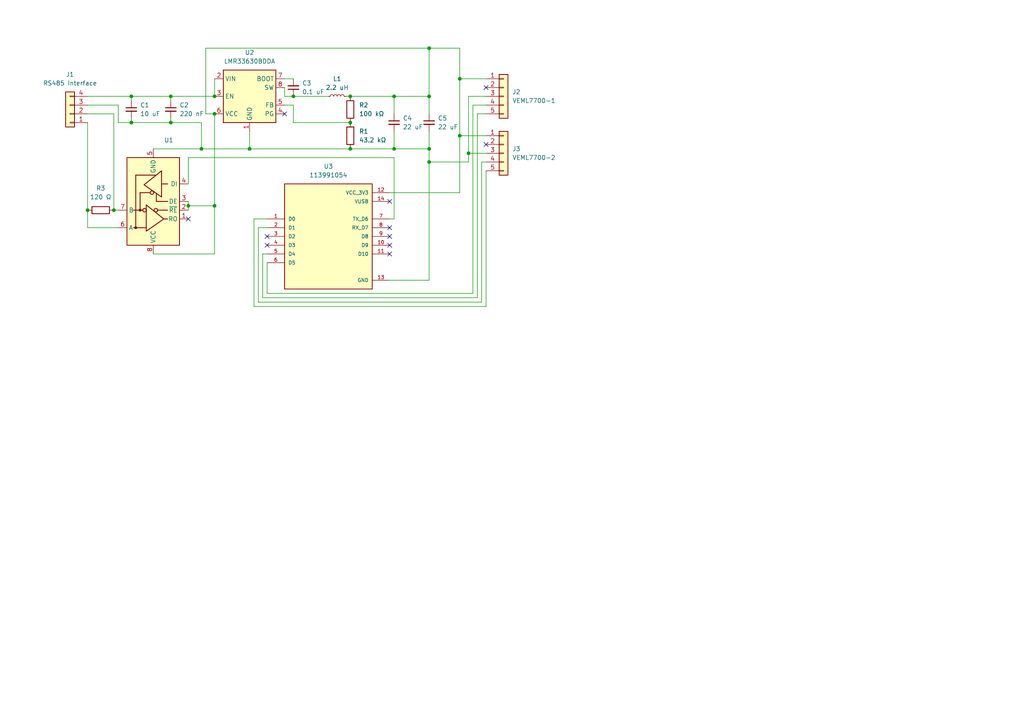
<source format=kicad_sch>
(kicad_sch (version 20250114) (generator "eeschema") (generator_version "9.0")
  (paper "A4")
  (lib_symbols
    (symbol "113991054:113991054" (pin_names (offset 1.016))
      (property "Reference" "U" (at -12.7 16.002 0))
      (property "Value" "113991054" (at -12.7 -17.78 0))
      (symbol "113991054_0_0"
        (rectangle (start -12.7 -15.24) (end 12.7 15.24) (stroke (width 0.254)) (fill (type background)))
        (pin bidirectional line (at -17.78 5.08 0) (length 5.08) (name "D0") (number "1"))
        (pin bidirectional line (at -17.78 2.54 0) (length 5.08) (name "D1") (number "2"))
        (pin bidirectional line (at -17.78 0 0) (length 5.08) (name "D2") (number "3"))
        (pin bidirectional line (at -17.78 -2.54 0) (length 5.08) (name "D3") (number "4"))
        (pin bidirectional line (at -17.78 -5.08 0) (length 5.08) (name "D4") (number "5"))
        (pin bidirectional line (at -17.78 -7.62 0) (length 5.08) (name "D5") (number "6"))
        (pin power_in line (at 17.78 12.7 180) (length 5.08) (name "VCC_3V3") (number "12"))
        (pin power_in line (at 17.78 10.16 180) (length 5.08) (name "VUSB") (number "14"))
        (pin bidirectional line (at 17.78 5.08 180) (length 5.08) (name "TX_D6") (number "7"))
        (pin bidirectional line (at 17.78 2.54 180) (length 5.08) (name "RX_D7") (number "8"))
        (pin bidirectional line (at 17.78 0 180) (length 5.08) (name "D8") (number "9"))
        (pin bidirectional line (at 17.78 -2.54 180) (length 5.08) (name "D9") (number "10"))
        (pin bidirectional line (at 17.78 -5.08 180) (length 5.08) (name "D10") (number "11"))
        (pin power_in line (at 17.78 -12.7 180) (length 5.08) (name "GND") (number "13"))
      )
    )
    (symbol "Connector_Generic:Conn_01x04" (pin_names (offset 1.016) (hide yes))
      (property "Reference" "J1" (at 0 -11.43 0))
      (property "Value" "RS485 Interface" (at 0 -8.89 0))
      (symbol "Conn_01x04_1_1"
        (rectangle (start -1.27 3.81) (end 1.27 -6.35) (stroke (width 0.254)) (fill (type background)))
        (rectangle (start -1.27 2.667) (end 0 2.413) (stroke (width 0.1524)))
        (rectangle (start -1.27 0.127) (end 0 -0.127) (stroke (width 0.1524)))
        (rectangle (start -1.27 -2.413) (end 0 -2.667) (stroke (width 0.1524)))
        (rectangle (start -1.27 -4.953) (end 0 -5.207) (stroke (width 0.1524)))
        (pin output line (at -5.08 2.54 0) (length 3.81) (name "Pin_1") (number "1"))
        (pin output line (at -5.08 0 0) (length 3.81) (name "Pin_2") (number "2"))
        (pin power_out line (at -5.08 -2.54 0) (length 3.81) (name "Pin_3") (number "3"))
        (pin power_out line (at -5.08 -5.08 0) (length 3.81) (name "Pin_4") (number "4"))
      )
    )
    (symbol "Connector_Generic:Conn_01x05" (pin_names (offset 1.016) (hide yes))
      (property "Reference" "J" (at 0 7.62 0))
      (property "Value" "Conn_01x05" (at 0 -7.62 0))
      (symbol "Conn_01x05_1_1"
        (rectangle (start -1.27 6.35) (end 1.27 -6.35) (stroke (width 0.254)) (fill (type background)))
        (rectangle (start -1.27 5.207) (end 0 4.953) (stroke (width 0.1524)))
        (rectangle (start -1.27 2.667) (end 0 2.413) (stroke (width 0.1524)))
        (rectangle (start -1.27 0.127) (end 0 -0.127) (stroke (width 0.1524)))
        (rectangle (start -1.27 -2.413) (end 0 -2.667) (stroke (width 0.1524)))
        (rectangle (start -1.27 -4.953) (end 0 -5.207) (stroke (width 0.1524)))
        (pin passive line (at -5.08 5.08 0) (length 3.81) (name "Pin_1") (number "1"))
        (pin passive line (at -5.08 2.54 0) (length 3.81) (name "Pin_2") (number "2"))
        (pin passive line (at -5.08 0 0) (length 3.81) (name "Pin_3") (number "3"))
        (pin passive line (at -5.08 -2.54 0) (length 3.81) (name "Pin_4") (number "4"))
        (pin passive line (at -5.08 -5.08 0) (length 3.81) (name "Pin_5") (number "5"))
      )
    )
    (symbol "Device:C_Small" (pin_numbers (hide yes)) (pin_names (offset 0.254) (hide yes))
      (property "Reference" "C" (at 0.254 1.778 0))
      (property "Value" "C_Small" (at 0.254 -2.032 0))
      (symbol "C_Small_0_1"
        (polyline (pts (xy -1.524 0.508) (xy 1.524 0.508)) (stroke (width 0.3048)))
        (polyline (pts (xy -1.524 -0.508) (xy 1.524 -0.508)) (stroke (width 0.3302)))
      )
      (symbol "C_Small_1_1"
        (pin passive line (at 0 2.54 270) (length 2.032) (name "~") (number "1"))
        (pin passive line (at 0 -2.54 90) (length 2.032) (name "~") (number "2"))
      )
    )
    (symbol "Device:L_Small" (pin_numbers (hide yes)) (pin_names (offset 0.254) (hide yes))
      (property "Reference" "L" (at 0.762 1.016 0))
      (property "Value" "L_Small" (at 0.762 -1.016 0))
      (symbol "L_Small_0_1"
        (arc (start 0 2.032) (mid 0.5058 1.524) (end 0 1.016))
        (arc (start 0 1.016) (mid 0.5058 0.508) (end 0 0))
        (arc (start 0 0) (mid 0.5058 -0.508) (end 0 -1.016))
        (arc (start 0 -1.016) (mid 0.5058 -1.524) (end 0 -2.032))
      )
      (symbol "L_Small_1_1"
        (pin passive line (at 0 2.54 270) (length 0.508) (name "~") (number "1"))
        (pin passive line (at 0 -2.54 90) (length 0.508) (name "~") (number "2"))
      )
    )
    (symbol "Device:R" (pin_numbers (hide yes)) (pin_names (offset 0))
      (property "Reference" "R" (at 2.032 0 90))
      (property "Value" "R" (at 0 0 90))
      (symbol "R_0_1"
        (rectangle (start -1.016 -2.54) (end 1.016 2.54) (stroke (width 0.254)))
      )
      (symbol "R_1_1"
        (pin passive line (at 0 3.81 270) (length 1.27) (name "~") (number "1"))
        (pin passive line (at 0 -3.81 90) (length 1.27) (name "~") (number "2"))
      )
    )
    (symbol "Interface_UART:MAX3485"
      (property "Reference" "U1" (at -3.1181 -17.78 0))
      (symbol "MAX3485_0_1"
        (rectangle (start -7.62 12.7) (end 7.62 -12.7) (stroke (width 0.254)) (fill (type background)))
        (polyline (pts (xy -4.191 2.54) (xy -1.27 2.54)) (stroke (width 0.254)))
        (polyline (pts (xy -4.191 0) (xy -0.889 0) (xy -0.889 -2.286)) (stroke (width 0.254)))
        (polyline (pts (xy -3.175 5.08) (xy -4.191 5.08) (xy -4.064 5.08)) (stroke (width 0.254)))
        (polyline (pts (xy -2.54 -5.08) (xy -4.191 -5.08)) (stroke (width 0.254)))
        (polyline (pts (xy -2.413 -5.08) (xy -2.413 -1.27) (xy 2.667 -4.826) (xy -2.413 -8.89) (xy -2.413 -5.08)) (stroke (width 0.254)))
        (polyline (pts (xy -0.635 -7.62) (xy 5.08 -7.62)) (stroke (width 0.254)))
        (circle (center 0.381 -2.54) (radius 0.508) (stroke (width 0.254)))
        (polyline (pts (xy 0.889 -2.54) (xy 3.81 -2.54)) (stroke (width 0.254)))
        (polyline (pts (xy 2.032 7.62) (xy 5.715 7.62)) (stroke (width 0.254)))
        (polyline (pts (xy 3.048 2.54) (xy 5.715 2.54)) (stroke (width 0.254)))
        (circle (center 3.81 2.54) (radius 0.2794) (stroke (width 0.254)) (fill (type outline)))
        (polyline (pts (xy 3.81 -2.54) (xy 3.81 2.54)) (stroke (width 0.254)))
        (polyline (pts (xy 5.08 -7.62) (xy 5.08 7.62)) (stroke (width 0.254)))
      )
      (symbol "MAX3485_1_1"
        (circle (center -0.762 2.54) (radius 0.508) (stroke (width 0.254)))
        (polyline (pts (xy 2.032 4.826) (xy 2.032 8.636) (xy -3.048 5.08) (xy 2.032 1.016) (xy 2.032 4.826)) (stroke (width 0.254)))
        (circle (center 2.54 2.54) (radius 0.508) (stroke (width 0.254)))
        (circle (center 5.08 7.62) (radius 0.2794) (stroke (width 0.254)) (fill (type outline)))
        (pin output line (at -10.16 5.08 0) (length 2.54) (name "RO") (number "1"))
        (pin input line (at -10.16 2.54 0) (length 2.54) (name "~{RE}") (number "2"))
        (pin input line (at -10.16 0 0) (length 2.54) (name "DE") (number "3"))
        (pin input line (at -10.16 -5.08 0) (length 2.54) (name "DI") (number "4"))
        (pin power_in line (at 0 15.24 270) (length 2.54) (name "VCC") (number "8"))
        (pin power_in line (at 0 -15.24 90) (length 2.54) (name "GND") (number "5"))
        (pin bidirectional line (at 10.16 7.62 180) (length 2.54) (name "A") (number "6"))
        (pin bidirectional line (at 10.16 2.54 180) (length 2.54) (name "B") (number "7"))
      )
    )
    (symbol "Regulator_Switching:LMR33630BDDA"
      (property "Reference" "U" (at 0 11.43 0))
      (property "Value" "LMR33630BDDA" (at 0 8.89 0))
      (symbol "LMR33630BDDA_0_1"
        (rectangle (start -7.62 7.62) (end 7.62 -7.62) (stroke (width 0.254)) (fill (type background)))
      )
      (symbol "LMR33630BDDA_1_1"
        (pin power_in line (at -10.16 5.08 0) (length 2.54) (name "VIN") (number "2"))
        (pin input line (at -10.16 0 0) (length 2.54) (name "EN") (number "3"))
        (pin power_out line (at -10.16 -5.08 0) (length 2.54) (name "VCC") (number "6"))
        (pin power_in line (at 0 -10.16 90) (length 2.54) (name "GND") (number "1"))
        (pin passive line (at 0 -10.16 90) (length 2.54) (hide yes) (name "GND") (number "9"))
        (pin input line (at 10.16 5.08 180) (length 2.54) (name "BOOT") (number "7"))
        (pin output line (at 10.16 2.54 180) (length 2.54) (name "SW") (number "8"))
        (pin input line (at 10.16 -2.54 180) (length 2.54) (name "FB") (number "5"))
        (pin open_collector line (at 10.16 -5.08 180) (length 2.54) (name "PG") (number "4"))
      )
    )
  )
  (junction (at 101.6 27.94))
  (junction (at 49.53 35.56))
  (junction (at 38.1 27.94))
  (junction (at 62.23 27.94))
  (junction (at 101.6 43.18))
  (junction (at 133.35 39.37))
  (junction (at 124.46 43.18))
  (junction (at 101.6 35.56))
  (junction (at 33.02 60.96))
  (junction (at 38.1 35.56))
  (junction (at 124.46 27.94))
  (junction (at 58.42 43.18))
  (junction (at 85.09 27.94))
  (junction (at 49.53 27.94))
  (junction (at 114.3 27.94))
  (junction (at 72.39 43.18))
  (junction (at 62.23 33.02))
  (junction (at 133.35 22.86))
  (junction (at 54.61 59.69))
  (junction (at 135.89 44.45))
  (junction (at 124.46 13.97))
  (junction (at 62.23 59.69))
  (junction (at 25.4 60.96))
  (junction (at 124.46 46.99))
  (junction (at 114.3 43.18))
  (no_connect (at 82.55 33.02))
  (no_connect (at 140.97 25.4))
  (no_connect (at 113.03 58.42))
  (no_connect (at 113.03 71.12))
  (no_connect (at 54.61 63.5))
  (no_connect (at 140.97 41.91))
  (no_connect (at 113.03 73.66))
  (no_connect (at 113.03 66.04))
  (no_connect (at 113.03 68.58))
  (no_connect (at 77.47 71.12))
  (no_connect (at 77.47 68.58))
  (wire (pts (xy 85.09 35.56) (xy 101.6 35.56)))
  (wire (pts (xy 113.03 55.88) (xy 133.35 55.88)))
  (wire (pts (xy 124.46 81.28) (xy 113.03 81.28)))
  (wire (pts (xy 137.16 30.48) (xy 140.97 30.48)))
  (wire (pts (xy 49.53 34.29) (xy 49.53 35.56)))
  (wire (pts (xy 135.89 44.45) (xy 135.89 46.99)))
  (wire (pts (xy 59.69 33.02) (xy 62.23 33.02)))
  (wire (pts (xy 101.6 27.94) (xy 114.3 27.94)))
  (wire (pts (xy 82.55 30.48) (xy 85.09 30.48)))
  (wire (pts (xy 85.09 27.94) (xy 95.25 27.94)))
  (wire (pts (xy 140.97 88.9) (xy 140.97 49.53)))
  (wire (pts (xy 82.55 25.4) (xy 82.55 27.94)))
  (wire (pts (xy 82.55 22.86) (xy 85.09 22.86)))
  (wire (pts (xy 114.3 45.72) (xy 54.61 45.72)))
  (wire (pts (xy 124.46 13.97) (xy 124.46 27.94)))
  (wire (pts (xy 135.89 27.94) (xy 135.89 44.45)))
  (wire (pts (xy 124.46 13.97) (xy 133.35 13.97)))
  (wire (pts (xy 49.53 27.94) (xy 62.23 27.94)))
  (wire (pts (xy 113.03 63.5) (xy 114.3 63.5)))
  (wire (pts (xy 34.29 35.56) (xy 38.1 35.56)))
  (wire (pts (xy 25.4 30.48) (xy 34.29 30.48)))
  (wire (pts (xy 114.3 27.94) (xy 124.46 27.94)))
  (wire (pts (xy 135.89 44.45) (xy 140.97 44.45)))
  (wire (pts (xy 140.97 33.02) (xy 138.43 33.02)))
  (wire (pts (xy 101.6 43.18) (xy 114.3 43.18)))
  (wire (pts (xy 25.4 66.04) (xy 34.29 66.04)))
  (wire (pts (xy 38.1 27.94) (xy 49.53 27.94)))
  (wire (pts (xy 77.47 63.5) (xy 73.66 63.5)))
  (wire (pts (xy 33.02 33.02) (xy 33.02 60.96)))
  (wire (pts (xy 54.61 58.42) (xy 54.61 59.69)))
  (wire (pts (xy 124.46 46.99) (xy 135.89 46.99)))
  (wire (pts (xy 76.2 73.66) (xy 76.2 86.36)))
  (wire (pts (xy 114.3 63.5) (xy 114.3 45.72)))
  (wire (pts (xy 54.61 59.69) (xy 54.61 60.96)))
  (wire (pts (xy 62.23 59.69) (xy 62.23 73.66)))
  (wire (pts (xy 139.7 46.99) (xy 139.7 87.63)))
  (wire (pts (xy 114.3 38.1) (xy 114.3 43.18)))
  (wire (pts (xy 133.35 39.37) (xy 133.35 55.88)))
  (wire (pts (xy 82.55 27.94) (xy 85.09 27.94)))
  (wire (pts (xy 59.69 33.02) (xy 59.69 13.97)))
  (wire (pts (xy 25.4 35.56) (xy 25.4 60.96)))
  (wire (pts (xy 77.47 73.66) (xy 76.2 73.66)))
  (wire (pts (xy 54.61 59.69) (xy 62.23 59.69)))
  (wire (pts (xy 124.46 43.18) (xy 124.46 46.99)))
  (wire (pts (xy 25.4 27.94) (xy 38.1 27.94)))
  (wire (pts (xy 49.53 35.56) (xy 58.42 35.56)))
  (wire (pts (xy 58.42 35.56) (xy 58.42 43.18)))
  (wire (pts (xy 133.35 22.86) (xy 133.35 39.37)))
  (wire (pts (xy 137.16 85.09) (xy 137.16 30.48)))
  (wire (pts (xy 74.93 87.63) (xy 74.93 66.04)))
  (wire (pts (xy 34.29 30.48) (xy 34.29 35.56)))
  (wire (pts (xy 124.46 33.02) (xy 124.46 27.94)))
  (wire (pts (xy 140.97 22.86) (xy 133.35 22.86)))
  (wire (pts (xy 25.4 60.96) (xy 25.4 66.04)))
  (wire (pts (xy 72.39 43.18) (xy 72.39 38.1)))
  (wire (pts (xy 33.02 60.96) (xy 34.29 60.96)))
  (wire (pts (xy 25.4 33.02) (xy 33.02 33.02)))
  (wire (pts (xy 74.93 66.04) (xy 77.47 66.04)))
  (wire (pts (xy 62.23 73.66) (xy 44.45 73.66)))
  (wire (pts (xy 133.35 13.97) (xy 133.35 22.86)))
  (wire (pts (xy 77.47 85.09) (xy 137.16 85.09)))
  (wire (pts (xy 100.33 27.94) (xy 101.6 27.94)))
  (wire (pts (xy 44.45 43.18) (xy 58.42 43.18)))
  (wire (pts (xy 124.46 43.18) (xy 124.46 38.1)))
  (wire (pts (xy 49.53 27.94) (xy 49.53 29.21)))
  (wire (pts (xy 140.97 46.99) (xy 139.7 46.99)))
  (wire (pts (xy 73.66 88.9) (xy 140.97 88.9)))
  (wire (pts (xy 77.47 76.2) (xy 77.47 85.09)))
  (wire (pts (xy 38.1 27.94) (xy 38.1 29.21)))
  (wire (pts (xy 85.09 30.48) (xy 85.09 35.56)))
  (wire (pts (xy 114.3 33.02) (xy 114.3 27.94)))
  (wire (pts (xy 59.69 13.97) (xy 124.46 13.97)))
  (wire (pts (xy 138.43 33.02) (xy 138.43 86.36)))
  (wire (pts (xy 73.66 63.5) (xy 73.66 88.9)))
  (wire (pts (xy 54.61 45.72) (xy 54.61 53.34)))
  (wire (pts (xy 133.35 39.37) (xy 140.97 39.37)))
  (wire (pts (xy 62.23 33.02) (xy 62.23 59.69)))
  (wire (pts (xy 140.97 27.94) (xy 135.89 27.94)))
  (wire (pts (xy 62.23 22.86) (xy 62.23 27.94)))
  (wire (pts (xy 114.3 43.18) (xy 124.46 43.18)))
  (wire (pts (xy 38.1 35.56) (xy 49.53 35.56)))
  (wire (pts (xy 58.42 43.18) (xy 72.39 43.18)))
  (wire (pts (xy 38.1 34.29) (xy 38.1 35.56)))
  (wire (pts (xy 138.43 86.36) (xy 76.2 86.36)))
  (wire (pts (xy 72.39 43.18) (xy 101.6 43.18)))
  (wire (pts (xy 139.7 87.63) (xy 74.93 87.63)))
  (wire (pts (xy 124.46 46.99) (xy 124.46 81.28)))
  (symbol (lib_id "Device:L_Small") (at 97.79 27.94 90) (unit 1)
    (property "Reference" "L1" (at 97.79 22.86 90))
    (property "Value" "2.2 uH" (at 97.79 25.4 90))
    (property "Footprint" "Inductor_SMD:L_1008_2520Metric_Pad1.43x2.20mm_HandSolder" (effects (hide yes)))
    (property "Description" "Inductor, small symbol" (effects (hide yes)))
  )
  (symbol (lib_id "Device:C_Small") (at 49.53 31.75 0) (unit 1)
    (property "Reference" "C2" (at 52.07 30.4862 0) (effects (justify left)))
    (property "Value" "220 nF" (at 52.07 33.0262 0) (effects (justify left)))
    (property "Footprint" "Capacitor_SMD:C_0402_1005Metric_Pad0.74x0.62mm_HandSolder" (effects (hide yes)))
    (property "Description" "Unpolarized capacitor, small symbol" (effects (hide yes)))
  )
  (symbol (lib_id "Device:C_Small") (at 85.09 25.4 180) (unit 1)
    (property "Reference" "C3" (at 87.63 24.1235 0) (effects (justify right)))
    (property "Value" "0.1 uF" (at 87.63 26.6635 0) (effects (justify right)))
    (property "Footprint" "Capacitor_SMD:C_0201_0603Metric_Pad0.64x0.40mm_HandSolder" (effects (hide yes)))
    (property "Description" "Unpolarized capacitor, small symbol" (effects (hide yes)))
  )
  (symbol (lib_id "Connector_Generic:Conn_01x05") (at 146.05 44.45 0) (unit 1)
    (property "Reference" "J3" (at 148.59 43.1799 0) (effects (justify left)))
    (property "Value" "VEML7700-2" (at 148.59 45.7199 0) (effects (justify left)))
    (property "Footprint" "Connector_PinHeader_1.00mm:PinHeader_1x05_P1.00mm_Vertical" (effects (hide yes)))
    (property "Description" "Generic connector, single row, 01x05, script generated (kicad-library-utils/schlib/autogen/connector/)" (effects (hide yes)))
  )
  (symbol (lib_id "Connector_Generic:Conn_01x04") (at 20.32 33.02 180) (unit 1)
    (property "Reference" "J1" (at 20.32 21.59 0))
    (property "Value" "RS485 Interface" (at 20.32 24.13 0))
    (property "Footprint" "Connector_PinHeader_1.00mm:PinHeader_1x04_P1.00mm_Vertical" (effects (hide yes)))
    (property "Description" "Generic connector, single row, 01x04, script generated (kicad-library-utils/schlib/autogen/connector/)" (effects (hide yes)))
  )
  (symbol (lib_id "Device:R") (at 101.6 31.75 0) (unit 1)
    (property "Reference" "R2" (at 104.14 30.4799 0) (effects (justify left)))
    (property "Value" "100 kΩ" (at 104.14 33.0199 0) (effects (justify left)))
    (property "Footprint" "Resistor_SMD:R_0402_1005Metric_Pad0.72x0.64mm_HandSolder" (effects (hide yes)))
    (property "Description" "Resistor" (effects (hide yes)))
  )
  (symbol (lib_id "Device:C_Small") (at 114.3 35.56 0) (unit 1)
    (property "Reference" "C4" (at 116.84 34.2962 0) (effects (justify left)))
    (property "Value" "22 uF" (at 116.84 36.8362 0) (effects (justify left)))
    (property "Footprint" "Capacitor_SMD:C_0201_0603Metric_Pad0.64x0.40mm_HandSolder" (effects (hide yes)))
    (property "Description" "Unpolarized capacitor, small symbol" (effects (hide yes)))
  )
  (symbol (lib_id "Device:C_Small") (at 38.1 31.75 0) (unit 1)
    (property "Reference" "C1" (at 40.64 30.4862 0) (effects (justify left)))
    (property "Value" "10 uF" (at 40.64 33.0262 0) (effects (justify left)))
    (property "Footprint" "Capacitor_SMD:C_0805_2012Metric_Pad1.18x1.45mm_HandSolder" (effects (hide yes)))
    (property "Description" "Unpolarized capacitor, small symbol" (effects (hide yes)))
  )
  (symbol (lib_id "Connector_Generic:Conn_01x05") (at 146.05 27.94 0) (unit 1)
    (property "Reference" "J2" (at 148.59 26.6699 0) (effects (justify left)))
    (property "Value" "VEML7700-1" (at 148.59 29.2099 0) (effects (justify left)))
    (property "Footprint" "Connector_PinHeader_1.00mm:PinHeader_1x05_P1.00mm_Vertical" (effects (hide yes)))
    (property "Description" "Generic connector, single row, 01x05, script generated (kicad-library-utils/schlib/autogen/connector/)" (effects (hide yes)))
  )
  (symbol (lib_id "Device:C_Small") (at 124.46 35.56 0) (unit 1)
    (property "Reference" "C5" (at 127 34.2962 0) (effects (justify left)))
    (property "Value" "22 uF" (at 127 36.8362 0) (effects (justify left)))
    (property "Footprint" "Capacitor_SMD:C_0201_0603Metric_Pad0.64x0.40mm_HandSolder" (effects (hide yes)))
    (property "Description" "Unpolarized capacitor, small symbol" (effects (hide yes)))
  )
  (symbol (lib_id "Device:R") (at 29.21 60.96 90) (unit 1)
    (property "Reference" "R3" (at 29.21 54.61 90))
    (property "Value" "120 Ω" (at 29.21 57.15 90))
    (property "Footprint" "Resistor_SMD:R_0402_1005Metric_Pad0.72x0.64mm_HandSolder" (effects (hide yes)))
    (property "Description" "Resistor" (effects (hide yes)))
  )
  (symbol (lib_id "Device:R") (at 101.6 39.37 0) (unit 1)
    (property "Reference" "R1" (at 104.14 38.0999 0) (effects (justify left)))
    (property "Value" "43.2 kΩ" (at 104.14 40.6399 0) (effects (justify left)))
    (property "Footprint" "Resistor_SMD:R_0402_1005Metric_Pad0.72x0.64mm_HandSolder" (effects (hide yes)))
    (property "Description" "Resistor" (effects (hide yes)))
  )
  (symbol (lib_id "113991054:113991054") (at 95.25 68.58 0) (unit 1)
    (property "Reference" "U3" (at 95.25 48.26 0))
    (property "Value" "113991054" (at 95.25 50.8 0))
    (property "Footprint" "Library:MODULE_113991054" (effects (hide yes)))
    (property "PARTREV" "23/05/2022" (effects (hide yes)))
    (property "MANUFACTURER" "Seeed Technology" (effects (hide yes)))
    (property "SNAPEDA_PN" "113991054" (effects (hide yes)))
    (property "MAXIMUM_PACKAGE_HEIGHT" "N/A" (effects (hide yes)))
    (property "STANDARD" "Manufacturer Recommendations" (effects (hide yes)))
  )
  (symbol (lib_id "Regulator_Switching:LMR33630BDDA") (at 72.39 27.94 0) (unit 1)
    (property "Reference" "U2" (at 72.39 15.24 0))
    (property "Value" "LMR33630BDDA" (at 72.39 17.78 0))
    (property "Footprint" "Package_SO:Texas_HSOP-8-1EP_3.9x4.9mm_P1.27mm_ThermalVias" (effects (hide yes)))
    (property "Datasheet" "http://www.ti.com/lit/ds/symlink/lmr33630.pdf" (effects (hide yes)))
    (property "Description" "Simple Switcher Synchronous Buck Regulator, Vin=3.8-36V, Iout=3A, F=1400kHz, Adjustable output voltage, HSOP-8" (effects (hide yes)))
  )
  (symbol (lib_id "Interface_UART:MAX3485") (at 44.45 58.42 180) (unit 1)
    (property "Reference" "U1" (at 47.5681 40.64 0) (effects (justify right)))
    (property "Value" "MAX3485" (effects (hide yes)))
    (property "Footprint" "Package_SO:SOIC-8_3.9x4.9mm_P1.27mm" (effects (hide yes)))
    (property "Datasheet" "https://datasheets.maximintegrated.com/en/ds/MAX3483-MAX3491.pdf" (effects (hide yes)))
    (property "Description" "True RS-485/RS-422, 10Mbps, Slew-Rate Limited, with low-power shutdown, with receiver/driver enable, 32 receiver drive capacitity, DIP-8 and SOIC-8" (effects (hide yes)))
  )
)
</source>
